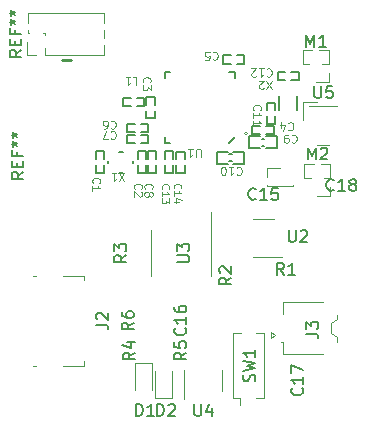
<source format=gbr>
G04 #@! TF.GenerationSoftware,KiCad,Pcbnew,(5.1.5)-3*
G04 #@! TF.CreationDate,2020-06-21T07:00:24-05:00*
G04 #@! TF.ProjectId,nrf52832_qfax-PcbDoc,6e726635-3238-4333-925f-716661782d50,rev?*
G04 #@! TF.SameCoordinates,Original*
G04 #@! TF.FileFunction,Legend,Top*
G04 #@! TF.FilePolarity,Positive*
%FSLAX46Y46*%
G04 Gerber Fmt 4.6, Leading zero omitted, Abs format (unit mm)*
G04 Created by KiCad (PCBNEW (5.1.5)-3) date 2020-06-21 07:00:24*
%MOMM*%
%LPD*%
G04 APERTURE LIST*
%ADD10C,0.250000*%
%ADD11C,0.152400*%
%ADD12C,0.200000*%
%ADD13C,0.100000*%
%ADD14C,0.062500*%
%ADD15C,0.120000*%
%ADD16C,0.150000*%
G04 APERTURE END LIST*
D10*
X87693547Y-66809928D02*
X88455452Y-66809928D01*
D11*
X95716540Y-74584130D02*
X95016540Y-74584130D01*
X95016540Y-74584130D02*
X95016540Y-75234130D01*
X104493070Y-74307620D02*
X103568070Y-74307620D01*
X95025780Y-72263900D02*
X95025780Y-72963900D01*
X104493070Y-73307620D02*
X103568070Y-73307620D01*
D12*
X106126660Y-69905620D02*
X106126660Y-71105620D01*
D11*
X103170940Y-74603150D02*
X102245940Y-74603150D01*
X102003780Y-67147300D02*
X101353780Y-67147300D01*
X93875950Y-73152740D02*
X93225950Y-73152740D01*
X95716540Y-75734130D02*
X95716540Y-76384130D01*
X94695750Y-70028540D02*
X94045750Y-70028540D01*
D12*
X104843060Y-74107620D02*
X104643060Y-74107620D01*
D11*
X105642980Y-72416300D02*
X105642980Y-73116300D01*
X95016540Y-75734130D02*
X95016540Y-76384130D01*
X95025780Y-72963900D02*
X94375780Y-72963900D01*
X93875780Y-72963900D02*
X93225780Y-72963900D01*
X95025780Y-72263900D02*
X94375780Y-72263900D01*
X93225780Y-72263900D02*
X93225780Y-72963900D01*
X93875780Y-72263900D02*
X93225780Y-72263900D01*
X95025950Y-73152740D02*
X94375950Y-73152740D01*
X103153780Y-66447300D02*
X102503780Y-66447300D01*
X95716540Y-74584130D02*
X95716540Y-75234130D01*
X93225950Y-73152740D02*
X93225950Y-73852740D01*
X105976580Y-67844300D02*
X105976580Y-68544300D01*
D12*
X107626660Y-69905620D02*
X107626660Y-71105620D01*
D11*
X106626580Y-67844300D02*
X105976580Y-67844300D01*
X107776580Y-67844300D02*
X107776580Y-68544300D01*
D12*
X102095940Y-74803140D02*
X101895940Y-74803140D01*
D11*
X101745940Y-74603150D02*
X100820940Y-74603150D01*
X95025950Y-73152740D02*
X95025950Y-73852740D01*
X95025950Y-73852740D02*
X94375950Y-73852740D01*
X93545750Y-70028540D02*
X92895750Y-70028540D01*
X107776580Y-68544300D02*
X107126580Y-68544300D01*
X107776580Y-67844300D02*
X107126580Y-67844300D01*
X95716540Y-76384130D02*
X95016540Y-76384130D01*
X105918060Y-74307620D02*
X104993060Y-74307620D01*
X105918060Y-73307620D02*
X104993060Y-73307620D01*
X92895750Y-70028540D02*
X92895750Y-70728540D01*
X103153780Y-66447300D02*
X103153780Y-67147300D01*
X103153780Y-67147300D02*
X102503780Y-67147300D01*
X94695750Y-70028540D02*
X94695750Y-70728540D01*
D12*
X104843060Y-73507620D02*
X104643060Y-73507620D01*
D11*
X106626580Y-68544300D02*
X105976580Y-68544300D01*
X94695750Y-70728540D02*
X94045750Y-70728540D01*
X93545750Y-70728540D02*
X92895750Y-70728540D01*
X105918060Y-73307620D02*
X105918060Y-74307620D01*
X103568070Y-73307620D02*
X103568070Y-74307620D01*
X102003780Y-66447300D02*
X101353780Y-66447300D01*
X101353780Y-66447300D02*
X101353780Y-67147300D01*
X93875950Y-73852740D02*
X93225950Y-73852740D01*
X97138860Y-74584060D02*
X97138860Y-75234060D01*
X94827540Y-75734130D02*
X94827540Y-76384130D01*
X94827540Y-74584130D02*
X94827540Y-75234130D01*
X94827540Y-74584130D02*
X94127540Y-74584130D01*
X95568150Y-69986700D02*
X95568150Y-70636700D01*
X104492980Y-73116300D02*
X103842980Y-73116300D01*
X95568150Y-71136700D02*
X95568150Y-71786700D01*
X94868150Y-69986700D02*
X94868150Y-70636700D01*
X104492980Y-72416300D02*
X103842980Y-72416300D01*
X103842980Y-72416300D02*
X103842980Y-73116300D01*
X97138860Y-74584060D02*
X96438860Y-74584060D01*
X97138860Y-76384060D02*
X96438860Y-76384060D01*
X92859620Y-76364210D02*
X92539620Y-76364210D01*
X93779620Y-75424210D02*
X93779620Y-75544210D01*
X92859620Y-74604210D02*
X92539620Y-74604210D01*
X91619620Y-75424210D02*
X91619620Y-75544210D01*
X95568150Y-69986700D02*
X94868150Y-69986700D01*
X105642980Y-73116300D02*
X104992980Y-73116300D01*
X105642980Y-72416300D02*
X104992980Y-72416300D01*
X94868150Y-71136700D02*
X94868150Y-71786700D01*
X95568150Y-71786700D02*
X94868150Y-71786700D01*
X94827540Y-76384130D02*
X94127540Y-76384130D01*
X94127540Y-75734130D02*
X94127540Y-76384130D01*
X94127540Y-74584130D02*
X94127540Y-75234130D01*
D13*
X102503828Y-75955071D02*
X102536485Y-75922414D01*
X102634457Y-75889757D01*
X102699771Y-75889757D01*
X102797742Y-75922414D01*
X102863057Y-75987728D01*
X102895714Y-76053042D01*
X102928371Y-76183671D01*
X102928371Y-76281642D01*
X102895714Y-76412271D01*
X102863057Y-76477585D01*
X102797742Y-76542900D01*
X102699771Y-76575557D01*
X102634457Y-76575557D01*
X102536485Y-76542900D01*
X102503828Y-76510242D01*
X101850685Y-75889757D02*
X102242571Y-75889757D01*
X102046628Y-75889757D02*
X102046628Y-76575557D01*
X102111942Y-76477585D01*
X102177257Y-76412271D01*
X102242571Y-76379614D01*
X101426142Y-76575557D02*
X101360828Y-76575557D01*
X101295514Y-76542900D01*
X101262857Y-76510242D01*
X101230200Y-76444928D01*
X101197542Y-76314300D01*
X101197542Y-76151014D01*
X101230200Y-76020385D01*
X101262857Y-75955071D01*
X101295514Y-75922414D01*
X101360828Y-75889757D01*
X101426142Y-75889757D01*
X101491457Y-75922414D01*
X101524114Y-75955071D01*
X101556771Y-76020385D01*
X101589428Y-76151014D01*
X101589428Y-76314300D01*
X101556771Y-76444928D01*
X101524114Y-76510242D01*
X101491457Y-76542900D01*
X101426142Y-76575557D01*
X93883421Y-77741981D02*
X93850764Y-77709324D01*
X93818107Y-77611352D01*
X93818107Y-77546038D01*
X93850764Y-77448067D01*
X93916078Y-77382752D01*
X93981392Y-77350095D01*
X94112021Y-77317438D01*
X94209992Y-77317438D01*
X94340621Y-77350095D01*
X94405935Y-77382752D01*
X94471250Y-77448067D01*
X94503907Y-77546038D01*
X94503907Y-77611352D01*
X94471250Y-77709324D01*
X94438592Y-77741981D01*
X94438592Y-78003238D02*
X94471250Y-78035895D01*
X94503907Y-78101210D01*
X94503907Y-78264495D01*
X94471250Y-78329810D01*
X94438592Y-78362467D01*
X94373278Y-78395124D01*
X94307964Y-78395124D01*
X94209992Y-78362467D01*
X93818107Y-77970581D01*
X93818107Y-78395124D01*
X91861028Y-72025291D02*
X91893685Y-71992634D01*
X91991657Y-71959977D01*
X92056971Y-71959977D01*
X92154942Y-71992634D01*
X92220257Y-72057948D01*
X92252914Y-72123262D01*
X92285571Y-72253891D01*
X92285571Y-72351862D01*
X92252914Y-72482491D01*
X92220257Y-72547805D01*
X92154942Y-72613120D01*
X92056971Y-72645777D01*
X91991657Y-72645777D01*
X91893685Y-72613120D01*
X91861028Y-72580462D01*
X91273200Y-72645777D02*
X91403828Y-72645777D01*
X91469142Y-72613120D01*
X91501800Y-72580462D01*
X91567114Y-72482491D01*
X91599771Y-72351862D01*
X91599771Y-72090605D01*
X91567114Y-72025291D01*
X91534457Y-71992634D01*
X91469142Y-71959977D01*
X91338514Y-71959977D01*
X91273200Y-71992634D01*
X91240542Y-72025291D01*
X91207885Y-72090605D01*
X91207885Y-72253891D01*
X91240542Y-72319205D01*
X91273200Y-72351862D01*
X91338514Y-72384520D01*
X91469142Y-72384520D01*
X91534457Y-72351862D01*
X91567114Y-72319205D01*
X91599771Y-72253891D01*
X107177428Y-73211871D02*
X107210085Y-73179214D01*
X107308057Y-73146557D01*
X107373371Y-73146557D01*
X107471342Y-73179214D01*
X107536657Y-73244528D01*
X107569314Y-73309842D01*
X107601971Y-73440471D01*
X107601971Y-73538442D01*
X107569314Y-73669071D01*
X107536657Y-73734385D01*
X107471342Y-73799700D01*
X107373371Y-73832357D01*
X107308057Y-73832357D01*
X107210085Y-73799700D01*
X107177428Y-73767042D01*
X106850857Y-73146557D02*
X106720228Y-73146557D01*
X106654914Y-73179214D01*
X106622257Y-73211871D01*
X106556942Y-73309842D01*
X106524285Y-73440471D01*
X106524285Y-73701728D01*
X106556942Y-73767042D01*
X106589600Y-73799700D01*
X106654914Y-73832357D01*
X106785542Y-73832357D01*
X106850857Y-73799700D01*
X106883514Y-73767042D01*
X106916171Y-73701728D01*
X106916171Y-73538442D01*
X106883514Y-73473128D01*
X106850857Y-73440471D01*
X106785542Y-73407814D01*
X106654914Y-73407814D01*
X106589600Y-73440471D01*
X106556942Y-73473128D01*
X106524285Y-73538442D01*
X90346491Y-77247381D02*
X90313834Y-77214724D01*
X90281177Y-77116752D01*
X90281177Y-77051438D01*
X90313834Y-76953467D01*
X90379148Y-76888152D01*
X90444462Y-76855495D01*
X90575091Y-76822838D01*
X90673062Y-76822838D01*
X90803691Y-76855495D01*
X90869005Y-76888152D01*
X90934320Y-76953467D01*
X90966977Y-77051438D01*
X90966977Y-77116752D01*
X90934320Y-77214724D01*
X90901662Y-77247381D01*
X90281177Y-77900524D02*
X90281177Y-77508638D01*
X90281177Y-77704581D02*
X90966977Y-77704581D01*
X90869005Y-77639267D01*
X90803691Y-77573952D01*
X90771034Y-77508638D01*
X105062688Y-67619091D02*
X105095345Y-67586434D01*
X105193317Y-67553777D01*
X105258631Y-67553777D01*
X105356602Y-67586434D01*
X105421917Y-67651748D01*
X105454574Y-67717062D01*
X105487231Y-67847691D01*
X105487231Y-67945662D01*
X105454574Y-68076291D01*
X105421917Y-68141605D01*
X105356602Y-68206920D01*
X105258631Y-68239577D01*
X105193317Y-68239577D01*
X105095345Y-68206920D01*
X105062688Y-68174262D01*
X104409545Y-67553777D02*
X104801431Y-67553777D01*
X104605488Y-67553777D02*
X104605488Y-68239577D01*
X104670802Y-68141605D01*
X104736117Y-68076291D01*
X104801431Y-68043634D01*
X104148288Y-68174262D02*
X104115631Y-68206920D01*
X104050317Y-68239577D01*
X103887031Y-68239577D01*
X103821717Y-68206920D01*
X103789060Y-68174262D01*
X103756402Y-68108948D01*
X103756402Y-68043634D01*
X103789060Y-67945662D01*
X104180945Y-67553777D01*
X103756402Y-67553777D01*
X100490688Y-66196691D02*
X100523345Y-66164034D01*
X100621317Y-66131377D01*
X100686631Y-66131377D01*
X100784602Y-66164034D01*
X100849917Y-66229348D01*
X100882574Y-66294662D01*
X100915231Y-66425291D01*
X100915231Y-66523262D01*
X100882574Y-66653891D01*
X100849917Y-66719205D01*
X100784602Y-66784520D01*
X100686631Y-66817177D01*
X100621317Y-66817177D01*
X100523345Y-66784520D01*
X100490688Y-66751862D01*
X99870202Y-66817177D02*
X100196774Y-66817177D01*
X100229431Y-66490605D01*
X100196774Y-66523262D01*
X100131460Y-66555920D01*
X99968174Y-66555920D01*
X99902860Y-66523262D01*
X99870202Y-66490605D01*
X99837545Y-66425291D01*
X99837545Y-66262005D01*
X99870202Y-66196691D01*
X99902860Y-66164034D01*
X99968174Y-66131377D01*
X100131460Y-66131377D01*
X100196774Y-66164034D01*
X100229431Y-66196691D01*
X94624071Y-68717571D02*
X94591414Y-68684914D01*
X94558757Y-68586942D01*
X94558757Y-68521628D01*
X94591414Y-68423657D01*
X94656728Y-68358342D01*
X94722042Y-68325685D01*
X94852671Y-68293028D01*
X94950642Y-68293028D01*
X95081271Y-68325685D01*
X95146585Y-68358342D01*
X95211900Y-68423657D01*
X95244557Y-68521628D01*
X95244557Y-68586942D01*
X95211900Y-68684914D01*
X95179242Y-68717571D01*
X95244557Y-68946171D02*
X95244557Y-69370714D01*
X94983300Y-69142114D01*
X94983300Y-69240085D01*
X94950642Y-69305400D01*
X94917985Y-69338057D01*
X94852671Y-69370714D01*
X94689385Y-69370714D01*
X94624071Y-69338057D01*
X94591414Y-69305400D01*
X94558757Y-69240085D01*
X94558757Y-69044142D01*
X94591414Y-68978828D01*
X94624071Y-68946171D01*
X93704542Y-68295157D02*
X94031114Y-68295157D01*
X94031114Y-68980957D01*
X93116714Y-68295157D02*
X93508600Y-68295157D01*
X93312657Y-68295157D02*
X93312657Y-68980957D01*
X93377971Y-68882985D01*
X93443285Y-68817671D01*
X93508600Y-68785014D01*
X97247954Y-77716467D02*
X97217716Y-77686229D01*
X97187478Y-77595515D01*
X97187478Y-77535039D01*
X97217716Y-77444324D01*
X97278192Y-77383848D01*
X97338668Y-77353610D01*
X97459620Y-77323372D01*
X97550335Y-77323372D01*
X97671287Y-77353610D01*
X97731763Y-77383848D01*
X97792240Y-77444324D01*
X97822478Y-77535039D01*
X97822478Y-77595515D01*
X97792240Y-77686229D01*
X97762001Y-77716467D01*
X97187478Y-78321229D02*
X97187478Y-77958372D01*
X97187478Y-78139800D02*
X97822478Y-78139800D01*
X97731763Y-78079324D01*
X97671287Y-78018848D01*
X97641049Y-77958372D01*
X97610811Y-78865515D02*
X97187478Y-78865515D01*
X97852716Y-78714324D02*
X97399144Y-78563134D01*
X97399144Y-78956229D01*
X106898028Y-72170471D02*
X106930685Y-72137814D01*
X107028657Y-72105157D01*
X107093971Y-72105157D01*
X107191942Y-72137814D01*
X107257257Y-72203128D01*
X107289914Y-72268442D01*
X107322571Y-72399071D01*
X107322571Y-72497042D01*
X107289914Y-72627671D01*
X107257257Y-72692985D01*
X107191942Y-72758300D01*
X107093971Y-72790957D01*
X107028657Y-72790957D01*
X106930685Y-72758300D01*
X106898028Y-72725642D01*
X106310200Y-72562357D02*
X106310200Y-72105157D01*
X106473485Y-72823614D02*
X106636771Y-72333757D01*
X106212228Y-72333757D01*
X96231954Y-77739597D02*
X96201716Y-77709359D01*
X96171478Y-77618645D01*
X96171478Y-77558169D01*
X96201716Y-77467454D01*
X96262192Y-77406978D01*
X96322668Y-77376740D01*
X96443620Y-77346502D01*
X96534335Y-77346502D01*
X96655287Y-77376740D01*
X96715763Y-77406978D01*
X96776240Y-77467454D01*
X96806478Y-77558169D01*
X96806478Y-77618645D01*
X96776240Y-77709359D01*
X96746001Y-77739597D01*
X96171478Y-78344359D02*
X96171478Y-77981502D01*
X96171478Y-78162930D02*
X96806478Y-78162930D01*
X96715763Y-78102454D01*
X96655287Y-78041978D01*
X96625049Y-77981502D01*
X96806478Y-78556026D02*
X96806478Y-78949121D01*
X96564573Y-78737454D01*
X96564573Y-78828169D01*
X96534335Y-78888645D01*
X96504097Y-78918883D01*
X96443620Y-78949121D01*
X96292430Y-78949121D01*
X96231954Y-78918883D01*
X96201716Y-78888645D01*
X96171478Y-78828169D01*
X96171478Y-78646740D01*
X96201716Y-78586264D01*
X96231954Y-78556026D01*
X105494488Y-69280977D02*
X105037288Y-68595177D01*
X105037288Y-69280977D02*
X105494488Y-68595177D01*
X104808688Y-69215662D02*
X104776031Y-69248320D01*
X104710717Y-69280977D01*
X104547431Y-69280977D01*
X104482117Y-69248320D01*
X104449460Y-69215662D01*
X104416802Y-69150348D01*
X104416802Y-69085034D01*
X104449460Y-68987062D01*
X104841345Y-68595177D01*
X104416802Y-68595177D01*
X103967931Y-71077391D02*
X103935274Y-71044734D01*
X103902617Y-70946762D01*
X103902617Y-70881448D01*
X103935274Y-70783477D01*
X104000588Y-70718162D01*
X104065902Y-70685505D01*
X104196531Y-70652848D01*
X104294502Y-70652848D01*
X104425131Y-70685505D01*
X104490445Y-70718162D01*
X104555760Y-70783477D01*
X104588417Y-70881448D01*
X104588417Y-70946762D01*
X104555760Y-71044734D01*
X104523102Y-71077391D01*
X103902617Y-71730534D02*
X103902617Y-71338648D01*
X103902617Y-71534591D02*
X104588417Y-71534591D01*
X104490445Y-71469277D01*
X104425131Y-71403962D01*
X104392474Y-71338648D01*
X103902617Y-72383677D02*
X103902617Y-71991791D01*
X103902617Y-72187734D02*
X104588417Y-72187734D01*
X104490445Y-72122420D01*
X104425131Y-72057105D01*
X104392474Y-71991791D01*
X93019248Y-77078967D02*
X92562048Y-76393167D01*
X92562048Y-77078967D02*
X93019248Y-76393167D01*
X91941562Y-76393167D02*
X92333448Y-76393167D01*
X92137505Y-76393167D02*
X92137505Y-77078967D01*
X92202820Y-76980995D01*
X92268134Y-76915681D01*
X92333448Y-76883024D01*
X91861028Y-72914291D02*
X91893685Y-72881634D01*
X91991657Y-72848977D01*
X92056971Y-72848977D01*
X92154942Y-72881634D01*
X92220257Y-72946948D01*
X92252914Y-73012262D01*
X92285571Y-73142891D01*
X92285571Y-73240862D01*
X92252914Y-73371491D01*
X92220257Y-73436805D01*
X92154942Y-73502120D01*
X92056971Y-73534777D01*
X91991657Y-73534777D01*
X91893685Y-73502120D01*
X91861028Y-73469462D01*
X91632428Y-73534777D02*
X91175228Y-73534777D01*
X91469142Y-72848977D01*
X99485574Y-75021377D02*
X99485574Y-74466205D01*
X99452917Y-74400891D01*
X99420260Y-74368234D01*
X99354945Y-74335577D01*
X99224317Y-74335577D01*
X99159002Y-74368234D01*
X99126345Y-74400891D01*
X99093688Y-74466205D01*
X99093688Y-75021377D01*
X98407888Y-74335577D02*
X98799774Y-74335577D01*
X98603831Y-74335577D02*
X98603831Y-75021377D01*
X98669145Y-74923405D01*
X98734460Y-74858091D01*
X98799774Y-74825434D01*
X94772421Y-77741981D02*
X94739764Y-77709324D01*
X94707107Y-77611352D01*
X94707107Y-77546038D01*
X94739764Y-77448067D01*
X94805078Y-77382752D01*
X94870392Y-77350095D01*
X95001021Y-77317438D01*
X95098992Y-77317438D01*
X95229621Y-77350095D01*
X95294935Y-77382752D01*
X95360250Y-77448067D01*
X95392907Y-77546038D01*
X95392907Y-77611352D01*
X95360250Y-77709324D01*
X95327592Y-77741981D01*
X95098992Y-78133867D02*
X95131650Y-78068552D01*
X95164307Y-78035895D01*
X95229621Y-78003238D01*
X95262278Y-78003238D01*
X95327592Y-78035895D01*
X95360250Y-78068552D01*
X95392907Y-78133867D01*
X95392907Y-78264495D01*
X95360250Y-78329810D01*
X95327592Y-78362467D01*
X95262278Y-78395124D01*
X95229621Y-78395124D01*
X95164307Y-78362467D01*
X95131650Y-78329810D01*
X95098992Y-78264495D01*
X95098992Y-78133867D01*
X95066335Y-78068552D01*
X95033678Y-78035895D01*
X94968364Y-78003238D01*
X94837735Y-78003238D01*
X94772421Y-78035895D01*
X94739764Y-78068552D01*
X94707107Y-78133867D01*
X94707107Y-78264495D01*
X94739764Y-78329810D01*
X94772421Y-78362467D01*
X94837735Y-78395124D01*
X94968364Y-78395124D01*
X95033678Y-78362467D01*
X95066335Y-78329810D01*
X95098992Y-78264495D01*
D11*
X103170940Y-75603150D02*
X102245940Y-75603150D01*
D12*
X96909060Y-73886620D02*
X96409070Y-73886620D01*
X96909060Y-67886620D02*
X96409070Y-67886620D01*
D11*
X105804350Y-71593900D02*
X105804350Y-72243900D01*
X91271700Y-75734290D02*
X91271700Y-76384290D01*
X90571700Y-75734290D02*
X90571700Y-76384290D01*
X90571700Y-74584290D02*
X90571700Y-75234290D01*
X91271700Y-76384290D02*
X90571700Y-76384290D01*
D12*
X102409060Y-73386620D02*
X101909060Y-73886620D01*
X96409070Y-67886620D02*
X96409070Y-68386620D01*
D11*
X105104350Y-70443900D02*
X105104350Y-71093900D01*
X105104350Y-71593900D02*
X105104350Y-72243900D01*
X98104060Y-74586340D02*
X98104060Y-75236330D01*
X103170940Y-74603150D02*
X103170940Y-75603150D01*
D14*
X103434060Y-73086620D02*
G75*
G03X103434060Y-73086620I-125000J0D01*
G01*
D11*
X100820940Y-74603150D02*
X100820940Y-75603150D01*
X105804350Y-70443900D02*
X105804350Y-71093900D01*
X91271700Y-74584290D02*
X91271700Y-75234290D01*
D12*
X96409070Y-73386620D02*
X96409070Y-73886620D01*
D11*
X105804350Y-72243900D02*
X105104350Y-72243900D01*
X91271700Y-74584290D02*
X90571700Y-74584290D01*
X98104060Y-74586340D02*
X97404060Y-74586340D01*
X98104060Y-75736330D02*
X98104060Y-76386330D01*
X97404060Y-74586340D02*
X97404060Y-75236330D01*
X97404060Y-75736330D02*
X97404060Y-76386330D01*
D12*
X102409060Y-67886620D02*
X101909060Y-67886620D01*
D11*
X98104060Y-76386330D02*
X97404060Y-76386330D01*
X105804350Y-70443900D02*
X105104350Y-70443900D01*
D12*
X102095940Y-75403150D02*
X101895940Y-75403150D01*
X102409060Y-67886620D02*
X102409060Y-68386620D01*
D11*
X101745940Y-75603150D02*
X100820940Y-75603150D01*
X97138860Y-75734060D02*
X97138860Y-76384060D01*
X96438860Y-74584060D02*
X96438860Y-75234060D01*
X96438860Y-75734060D02*
X96438860Y-76384060D01*
D15*
X84774500Y-66408000D02*
X84774500Y-65278000D01*
X85534500Y-66408000D02*
X84774500Y-66408000D01*
X84839500Y-63700470D02*
X84839500Y-62878000D01*
X84839500Y-64518000D02*
X84839500Y-64315530D01*
X84971029Y-64518000D02*
X84839500Y-64518000D01*
X86241029Y-64518000D02*
X86097971Y-64518000D01*
X86294500Y-64714529D02*
X86294500Y-64571471D01*
X86294500Y-66408000D02*
X86294500Y-65841471D01*
X84839500Y-62878000D02*
X91309500Y-62878000D01*
X86294500Y-66408000D02*
X91309500Y-66408000D01*
X91309500Y-64970470D02*
X91309500Y-64315530D01*
X91309500Y-63700470D02*
X91309500Y-62878000D01*
X91309500Y-66408000D02*
X91309500Y-65585530D01*
X105062000Y-75948000D02*
X106172000Y-75948000D01*
X105062000Y-76708000D02*
X105062000Y-75948000D01*
X106735471Y-77468000D02*
X107282000Y-77468000D01*
X105062000Y-77468000D02*
X105608529Y-77468000D01*
X107282000Y-77468000D02*
X107282000Y-77403000D01*
X105062000Y-77468000D02*
X105062000Y-77403000D01*
X105062000Y-77468000D02*
X107282000Y-77468000D01*
X110457000Y-78357000D02*
X109347000Y-78357000D01*
X110457000Y-77597000D02*
X110457000Y-78357000D01*
X108783529Y-76837000D02*
X108237000Y-76837000D01*
X110457000Y-76837000D02*
X109910471Y-76837000D01*
X108237000Y-76837000D02*
X108237000Y-75632000D01*
X110457000Y-76837000D02*
X110457000Y-75632000D01*
X109039470Y-75632000D02*
X108237000Y-75632000D01*
X110457000Y-75632000D02*
X109654530Y-75632000D01*
X110330000Y-68705000D02*
X109220000Y-68705000D01*
X110330000Y-67945000D02*
X110330000Y-68705000D01*
X108656529Y-67185000D02*
X108110000Y-67185000D01*
X110330000Y-67185000D02*
X109783471Y-67185000D01*
X108110000Y-67185000D02*
X108110000Y-65980000D01*
X110330000Y-67185000D02*
X110330000Y-65980000D01*
X108912470Y-65980000D02*
X108110000Y-65980000D01*
X110330000Y-65980000D02*
X109527530Y-65980000D01*
X85284000Y-85090000D02*
X85544000Y-85090000D01*
X87824000Y-85090000D02*
X89594000Y-85090000D01*
X89594000Y-85090000D02*
X89594000Y-85470000D01*
X89594000Y-92710000D02*
X87824000Y-92710000D01*
X85544000Y-92710000D02*
X85284000Y-92710000D01*
X89594000Y-92710000D02*
X89594000Y-92330000D01*
X104835000Y-95471000D02*
X104835000Y-89950000D01*
X102825000Y-96050000D02*
X102825000Y-95471000D01*
X102175000Y-95471000D02*
X102825000Y-95471000D01*
X102175000Y-95471000D02*
X102175000Y-89950000D01*
X102175000Y-89950000D02*
X102885000Y-89950000D01*
X104125000Y-95471000D02*
X104835000Y-95471000D01*
X104125000Y-89950000D02*
X104835000Y-89950000D01*
X105675000Y-80305000D02*
X103875000Y-80305000D01*
X103875000Y-83525000D02*
X106325000Y-83525000D01*
X101305000Y-94880000D02*
X101305000Y-93080000D01*
X98085000Y-93080000D02*
X98085000Y-95530000D01*
X95350000Y-94780000D02*
X95350000Y-92495000D01*
X95350000Y-92495000D02*
X93880000Y-92495000D01*
X93880000Y-92495000D02*
X93880000Y-94780000D01*
X97077200Y-95465000D02*
X97077200Y-93180000D01*
X95607200Y-95465000D02*
X97077200Y-95465000D01*
X95607200Y-93180000D02*
X95607200Y-95465000D01*
X109825000Y-91745000D02*
X106475000Y-91745000D01*
X106475000Y-91745000D02*
X106475000Y-90695000D01*
X106475000Y-90695000D02*
X106285000Y-90695000D01*
X109825000Y-87325000D02*
X106475000Y-87325000D01*
X106475000Y-87325000D02*
X106475000Y-88375000D01*
X110995000Y-90675000D02*
X110995000Y-90325000D01*
X110995000Y-90325000D02*
X110495000Y-89925000D01*
X110495000Y-89925000D02*
X110495000Y-89145000D01*
X110495000Y-89145000D02*
X110995000Y-88745000D01*
X110995000Y-88745000D02*
X110995000Y-88395000D01*
X105431447Y-90385000D02*
X105785000Y-90135000D01*
X105785000Y-90135000D02*
X105431447Y-89885000D01*
X105431447Y-89885000D02*
X105431447Y-90385000D01*
X95230000Y-83185000D02*
X95230000Y-85135000D01*
X95230000Y-83185000D02*
X95230000Y-81235000D01*
X100350000Y-83185000D02*
X100350000Y-85135000D01*
X100350000Y-83185000D02*
X100350000Y-79735000D01*
X108155000Y-71890000D02*
X108155000Y-70390000D01*
X108155000Y-70390000D02*
X109355000Y-70390000D01*
X110355000Y-74010000D02*
X109355000Y-74010000D01*
X108605000Y-70770000D02*
X110975000Y-70770000D01*
D16*
X84291880Y-65976333D02*
X83815690Y-66309666D01*
X84291880Y-66547761D02*
X83291880Y-66547761D01*
X83291880Y-66166809D01*
X83339500Y-66071571D01*
X83387119Y-66023952D01*
X83482357Y-65976333D01*
X83625214Y-65976333D01*
X83720452Y-66023952D01*
X83768071Y-66071571D01*
X83815690Y-66166809D01*
X83815690Y-66547761D01*
X83768071Y-65547761D02*
X83768071Y-65214428D01*
X84291880Y-65071571D02*
X84291880Y-65547761D01*
X83291880Y-65547761D01*
X83291880Y-65071571D01*
X83768071Y-64309666D02*
X83768071Y-64643000D01*
X84291880Y-64643000D02*
X83291880Y-64643000D01*
X83291880Y-64166809D01*
X83291880Y-63643000D02*
X83529976Y-63643000D01*
X83434738Y-63881095D02*
X83529976Y-63643000D01*
X83434738Y-63404904D01*
X83720452Y-63785857D02*
X83529976Y-63643000D01*
X83720452Y-63500142D01*
X83291880Y-62881095D02*
X83529976Y-62881095D01*
X83434738Y-63119190D02*
X83529976Y-62881095D01*
X83434738Y-62643000D01*
X83720452Y-63023952D02*
X83529976Y-62881095D01*
X83720452Y-62738238D01*
X108537476Y-75255380D02*
X108537476Y-74255380D01*
X108870809Y-74969666D01*
X109204142Y-74255380D01*
X109204142Y-75255380D01*
X109632714Y-74350619D02*
X109680333Y-74303000D01*
X109775571Y-74255380D01*
X110013666Y-74255380D01*
X110108904Y-74303000D01*
X110156523Y-74350619D01*
X110204142Y-74445857D01*
X110204142Y-74541095D01*
X110156523Y-74683952D01*
X109585095Y-75255380D01*
X110204142Y-75255380D01*
X108410476Y-65730380D02*
X108410476Y-64730380D01*
X108743809Y-65444666D01*
X109077142Y-64730380D01*
X109077142Y-65730380D01*
X110077142Y-65730380D02*
X109505714Y-65730380D01*
X109791428Y-65730380D02*
X109791428Y-64730380D01*
X109696190Y-64873238D01*
X109600952Y-64968476D01*
X109505714Y-65016095D01*
X90636380Y-89233333D02*
X91350666Y-89233333D01*
X91493523Y-89280952D01*
X91588761Y-89376190D01*
X91636380Y-89519047D01*
X91636380Y-89614285D01*
X90731619Y-88804761D02*
X90684000Y-88757142D01*
X90636380Y-88661904D01*
X90636380Y-88423809D01*
X90684000Y-88328571D01*
X90731619Y-88280952D01*
X90826857Y-88233333D01*
X90922095Y-88233333D01*
X91064952Y-88280952D01*
X91636380Y-88852380D01*
X91636380Y-88233333D01*
X104036761Y-94043333D02*
X104084380Y-93900476D01*
X104084380Y-93662380D01*
X104036761Y-93567142D01*
X103989142Y-93519523D01*
X103893904Y-93471904D01*
X103798666Y-93471904D01*
X103703428Y-93519523D01*
X103655809Y-93567142D01*
X103608190Y-93662380D01*
X103560571Y-93852857D01*
X103512952Y-93948095D01*
X103465333Y-93995714D01*
X103370095Y-94043333D01*
X103274857Y-94043333D01*
X103179619Y-93995714D01*
X103132000Y-93948095D01*
X103084380Y-93852857D01*
X103084380Y-93614761D01*
X103132000Y-93471904D01*
X103084380Y-93138571D02*
X104084380Y-92900476D01*
X103370095Y-92710000D01*
X104084380Y-92519523D01*
X103084380Y-92281428D01*
X104084380Y-91376666D02*
X104084380Y-91948095D01*
X104084380Y-91662380D02*
X103084380Y-91662380D01*
X103227238Y-91757619D01*
X103322476Y-91852857D01*
X103370095Y-91948095D01*
X84466380Y-76304833D02*
X83990190Y-76638166D01*
X84466380Y-76876261D02*
X83466380Y-76876261D01*
X83466380Y-76495309D01*
X83514000Y-76400071D01*
X83561619Y-76352452D01*
X83656857Y-76304833D01*
X83799714Y-76304833D01*
X83894952Y-76352452D01*
X83942571Y-76400071D01*
X83990190Y-76495309D01*
X83990190Y-76876261D01*
X83942571Y-75876261D02*
X83942571Y-75542928D01*
X84466380Y-75400071D02*
X84466380Y-75876261D01*
X83466380Y-75876261D01*
X83466380Y-75400071D01*
X83942571Y-74638166D02*
X83942571Y-74971500D01*
X84466380Y-74971500D02*
X83466380Y-74971500D01*
X83466380Y-74495309D01*
X83466380Y-73971500D02*
X83704476Y-73971500D01*
X83609238Y-74209595D02*
X83704476Y-73971500D01*
X83609238Y-73733404D01*
X83894952Y-74114357D02*
X83704476Y-73971500D01*
X83894952Y-73828642D01*
X83466380Y-73209595D02*
X83704476Y-73209595D01*
X83609238Y-73447690D02*
X83704476Y-73209595D01*
X83609238Y-72971500D01*
X83894952Y-73352452D02*
X83704476Y-73209595D01*
X83894952Y-73066738D01*
X106934095Y-81240380D02*
X106934095Y-82049904D01*
X106981714Y-82145142D01*
X107029333Y-82192761D01*
X107124571Y-82240380D01*
X107315047Y-82240380D01*
X107410285Y-82192761D01*
X107457904Y-82145142D01*
X107505523Y-82049904D01*
X107505523Y-81240380D01*
X107934095Y-81335619D02*
X107981714Y-81288000D01*
X108076952Y-81240380D01*
X108315047Y-81240380D01*
X108410285Y-81288000D01*
X108457904Y-81335619D01*
X108505523Y-81430857D01*
X108505523Y-81526095D01*
X108457904Y-81668952D01*
X107886476Y-82240380D01*
X108505523Y-82240380D01*
X98933095Y-95972380D02*
X98933095Y-96781904D01*
X98980714Y-96877142D01*
X99028333Y-96924761D01*
X99123571Y-96972380D01*
X99314047Y-96972380D01*
X99409285Y-96924761D01*
X99456904Y-96877142D01*
X99504523Y-96781904D01*
X99504523Y-95972380D01*
X100409285Y-96305714D02*
X100409285Y-96972380D01*
X100171190Y-95924761D02*
X99933095Y-96639047D01*
X100552142Y-96639047D01*
X104132142Y-78589142D02*
X104084523Y-78636761D01*
X103941666Y-78684380D01*
X103846428Y-78684380D01*
X103703571Y-78636761D01*
X103608333Y-78541523D01*
X103560714Y-78446285D01*
X103513095Y-78255809D01*
X103513095Y-78112952D01*
X103560714Y-77922476D01*
X103608333Y-77827238D01*
X103703571Y-77732000D01*
X103846428Y-77684380D01*
X103941666Y-77684380D01*
X104084523Y-77732000D01*
X104132142Y-77779619D01*
X105084523Y-78684380D02*
X104513095Y-78684380D01*
X104798809Y-78684380D02*
X104798809Y-77684380D01*
X104703571Y-77827238D01*
X104608333Y-77922476D01*
X104513095Y-77970095D01*
X105989285Y-77684380D02*
X105513095Y-77684380D01*
X105465476Y-78160571D01*
X105513095Y-78112952D01*
X105608333Y-78065333D01*
X105846428Y-78065333D01*
X105941666Y-78112952D01*
X105989285Y-78160571D01*
X106036904Y-78255809D01*
X106036904Y-78493904D01*
X105989285Y-78589142D01*
X105941666Y-78636761D01*
X105846428Y-78684380D01*
X105608333Y-78684380D01*
X105513095Y-78636761D01*
X105465476Y-78589142D01*
X98147142Y-89542857D02*
X98194761Y-89590476D01*
X98242380Y-89733333D01*
X98242380Y-89828571D01*
X98194761Y-89971428D01*
X98099523Y-90066666D01*
X98004285Y-90114285D01*
X97813809Y-90161904D01*
X97670952Y-90161904D01*
X97480476Y-90114285D01*
X97385238Y-90066666D01*
X97290000Y-89971428D01*
X97242380Y-89828571D01*
X97242380Y-89733333D01*
X97290000Y-89590476D01*
X97337619Y-89542857D01*
X98242380Y-88590476D02*
X98242380Y-89161904D01*
X98242380Y-88876190D02*
X97242380Y-88876190D01*
X97385238Y-88971428D01*
X97480476Y-89066666D01*
X97528095Y-89161904D01*
X97242380Y-87733333D02*
X97242380Y-87923809D01*
X97290000Y-88019047D01*
X97337619Y-88066666D01*
X97480476Y-88161904D01*
X97670952Y-88209523D01*
X98051904Y-88209523D01*
X98147142Y-88161904D01*
X98194761Y-88114285D01*
X98242380Y-88019047D01*
X98242380Y-87828571D01*
X98194761Y-87733333D01*
X98147142Y-87685714D01*
X98051904Y-87638095D01*
X97813809Y-87638095D01*
X97718571Y-87685714D01*
X97670952Y-87733333D01*
X97623333Y-87828571D01*
X97623333Y-88019047D01*
X97670952Y-88114285D01*
X97718571Y-88161904D01*
X97813809Y-88209523D01*
X108053142Y-94622857D02*
X108100761Y-94670476D01*
X108148380Y-94813333D01*
X108148380Y-94908571D01*
X108100761Y-95051428D01*
X108005523Y-95146666D01*
X107910285Y-95194285D01*
X107719809Y-95241904D01*
X107576952Y-95241904D01*
X107386476Y-95194285D01*
X107291238Y-95146666D01*
X107196000Y-95051428D01*
X107148380Y-94908571D01*
X107148380Y-94813333D01*
X107196000Y-94670476D01*
X107243619Y-94622857D01*
X108148380Y-93670476D02*
X108148380Y-94241904D01*
X108148380Y-93956190D02*
X107148380Y-93956190D01*
X107291238Y-94051428D01*
X107386476Y-94146666D01*
X107434095Y-94241904D01*
X107148380Y-93337142D02*
X107148380Y-92670476D01*
X108148380Y-93099047D01*
X94003904Y-96972380D02*
X94003904Y-95972380D01*
X94242000Y-95972380D01*
X94384857Y-96020000D01*
X94480095Y-96115238D01*
X94527714Y-96210476D01*
X94575333Y-96400952D01*
X94575333Y-96543809D01*
X94527714Y-96734285D01*
X94480095Y-96829523D01*
X94384857Y-96924761D01*
X94242000Y-96972380D01*
X94003904Y-96972380D01*
X95527714Y-96972380D02*
X94956285Y-96972380D01*
X95242000Y-96972380D02*
X95242000Y-95972380D01*
X95146761Y-96115238D01*
X95051523Y-96210476D01*
X94956285Y-96258095D01*
X95781904Y-96972380D02*
X95781904Y-95972380D01*
X96020000Y-95972380D01*
X96162857Y-96020000D01*
X96258095Y-96115238D01*
X96305714Y-96210476D01*
X96353333Y-96400952D01*
X96353333Y-96543809D01*
X96305714Y-96734285D01*
X96258095Y-96829523D01*
X96162857Y-96924761D01*
X96020000Y-96972380D01*
X95781904Y-96972380D01*
X96734285Y-96067619D02*
X96781904Y-96020000D01*
X96877142Y-95972380D01*
X97115238Y-95972380D01*
X97210476Y-96020000D01*
X97258095Y-96067619D01*
X97305714Y-96162857D01*
X97305714Y-96258095D01*
X97258095Y-96400952D01*
X96686666Y-96972380D01*
X97305714Y-96972380D01*
X108418380Y-89995333D02*
X109132666Y-89995333D01*
X109275523Y-90042952D01*
X109370761Y-90138190D01*
X109418380Y-90281047D01*
X109418380Y-90376285D01*
X108418380Y-89614380D02*
X108418380Y-88995333D01*
X108799333Y-89328666D01*
X108799333Y-89185809D01*
X108846952Y-89090571D01*
X108894571Y-89042952D01*
X108989809Y-88995333D01*
X109227904Y-88995333D01*
X109323142Y-89042952D01*
X109370761Y-89090571D01*
X109418380Y-89185809D01*
X109418380Y-89471523D01*
X109370761Y-89566761D01*
X109323142Y-89614380D01*
X106513333Y-85034380D02*
X106180000Y-84558190D01*
X105941904Y-85034380D02*
X105941904Y-84034380D01*
X106322857Y-84034380D01*
X106418095Y-84082000D01*
X106465714Y-84129619D01*
X106513333Y-84224857D01*
X106513333Y-84367714D01*
X106465714Y-84462952D01*
X106418095Y-84510571D01*
X106322857Y-84558190D01*
X105941904Y-84558190D01*
X107465714Y-85034380D02*
X106894285Y-85034380D01*
X107180000Y-85034380D02*
X107180000Y-84034380D01*
X107084761Y-84177238D01*
X106989523Y-84272476D01*
X106894285Y-84320095D01*
X102052380Y-85256666D02*
X101576190Y-85590000D01*
X102052380Y-85828095D02*
X101052380Y-85828095D01*
X101052380Y-85447142D01*
X101100000Y-85351904D01*
X101147619Y-85304285D01*
X101242857Y-85256666D01*
X101385714Y-85256666D01*
X101480952Y-85304285D01*
X101528571Y-85351904D01*
X101576190Y-85447142D01*
X101576190Y-85828095D01*
X101147619Y-84875714D02*
X101100000Y-84828095D01*
X101052380Y-84732857D01*
X101052380Y-84494761D01*
X101100000Y-84399523D01*
X101147619Y-84351904D01*
X101242857Y-84304285D01*
X101338095Y-84304285D01*
X101480952Y-84351904D01*
X102052380Y-84923333D01*
X102052380Y-84304285D01*
X93162380Y-83351666D02*
X92686190Y-83685000D01*
X93162380Y-83923095D02*
X92162380Y-83923095D01*
X92162380Y-83542142D01*
X92210000Y-83446904D01*
X92257619Y-83399285D01*
X92352857Y-83351666D01*
X92495714Y-83351666D01*
X92590952Y-83399285D01*
X92638571Y-83446904D01*
X92686190Y-83542142D01*
X92686190Y-83923095D01*
X92162380Y-83018333D02*
X92162380Y-82399285D01*
X92543333Y-82732619D01*
X92543333Y-82589761D01*
X92590952Y-82494523D01*
X92638571Y-82446904D01*
X92733809Y-82399285D01*
X92971904Y-82399285D01*
X93067142Y-82446904D01*
X93114761Y-82494523D01*
X93162380Y-82589761D01*
X93162380Y-82875476D01*
X93114761Y-82970714D01*
X93067142Y-83018333D01*
X93897380Y-91606666D02*
X93421190Y-91940000D01*
X93897380Y-92178095D02*
X92897380Y-92178095D01*
X92897380Y-91797142D01*
X92945000Y-91701904D01*
X92992619Y-91654285D01*
X93087857Y-91606666D01*
X93230714Y-91606666D01*
X93325952Y-91654285D01*
X93373571Y-91701904D01*
X93421190Y-91797142D01*
X93421190Y-92178095D01*
X93230714Y-90749523D02*
X93897380Y-90749523D01*
X92849761Y-90987619D02*
X93564047Y-91225714D01*
X93564047Y-90606666D01*
X98242380Y-91606666D02*
X97766190Y-91940000D01*
X98242380Y-92178095D02*
X97242380Y-92178095D01*
X97242380Y-91797142D01*
X97290000Y-91701904D01*
X97337619Y-91654285D01*
X97432857Y-91606666D01*
X97575714Y-91606666D01*
X97670952Y-91654285D01*
X97718571Y-91701904D01*
X97766190Y-91797142D01*
X97766190Y-92178095D01*
X97242380Y-90701904D02*
X97242380Y-91178095D01*
X97718571Y-91225714D01*
X97670952Y-91178095D01*
X97623333Y-91082857D01*
X97623333Y-90844761D01*
X97670952Y-90749523D01*
X97718571Y-90701904D01*
X97813809Y-90654285D01*
X98051904Y-90654285D01*
X98147142Y-90701904D01*
X98194761Y-90749523D01*
X98242380Y-90844761D01*
X98242380Y-91082857D01*
X98194761Y-91178095D01*
X98147142Y-91225714D01*
X93797380Y-89066666D02*
X93321190Y-89400000D01*
X93797380Y-89638095D02*
X92797380Y-89638095D01*
X92797380Y-89257142D01*
X92845000Y-89161904D01*
X92892619Y-89114285D01*
X92987857Y-89066666D01*
X93130714Y-89066666D01*
X93225952Y-89114285D01*
X93273571Y-89161904D01*
X93321190Y-89257142D01*
X93321190Y-89638095D01*
X92797380Y-88209523D02*
X92797380Y-88400000D01*
X92845000Y-88495238D01*
X92892619Y-88542857D01*
X93035476Y-88638095D01*
X93225952Y-88685714D01*
X93606904Y-88685714D01*
X93702142Y-88638095D01*
X93749761Y-88590476D01*
X93797380Y-88495238D01*
X93797380Y-88304761D01*
X93749761Y-88209523D01*
X93702142Y-88161904D01*
X93606904Y-88114285D01*
X93368809Y-88114285D01*
X93273571Y-88161904D01*
X93225952Y-88209523D01*
X93178333Y-88304761D01*
X93178333Y-88495238D01*
X93225952Y-88590476D01*
X93273571Y-88638095D01*
X93368809Y-88685714D01*
X97496380Y-83946904D02*
X98305904Y-83946904D01*
X98401142Y-83899285D01*
X98448761Y-83851666D01*
X98496380Y-83756428D01*
X98496380Y-83565952D01*
X98448761Y-83470714D01*
X98401142Y-83423095D01*
X98305904Y-83375476D01*
X97496380Y-83375476D01*
X97496380Y-82994523D02*
X97496380Y-82375476D01*
X97877333Y-82708809D01*
X97877333Y-82565952D01*
X97924952Y-82470714D01*
X97972571Y-82423095D01*
X98067809Y-82375476D01*
X98305904Y-82375476D01*
X98401142Y-82423095D01*
X98448761Y-82470714D01*
X98496380Y-82565952D01*
X98496380Y-82851666D01*
X98448761Y-82946904D01*
X98401142Y-82994523D01*
X109093095Y-69048380D02*
X109093095Y-69857904D01*
X109140714Y-69953142D01*
X109188333Y-70000761D01*
X109283571Y-70048380D01*
X109474047Y-70048380D01*
X109569285Y-70000761D01*
X109616904Y-69953142D01*
X109664523Y-69857904D01*
X109664523Y-69048380D01*
X110616904Y-69048380D02*
X110140714Y-69048380D01*
X110093095Y-69524571D01*
X110140714Y-69476952D01*
X110235952Y-69429333D01*
X110474047Y-69429333D01*
X110569285Y-69476952D01*
X110616904Y-69524571D01*
X110664523Y-69619809D01*
X110664523Y-69857904D01*
X110616904Y-69953142D01*
X110569285Y-70000761D01*
X110474047Y-70048380D01*
X110235952Y-70048380D01*
X110140714Y-70000761D01*
X110093095Y-69953142D01*
X110736142Y-77827142D02*
X110688523Y-77874761D01*
X110545666Y-77922380D01*
X110450428Y-77922380D01*
X110307571Y-77874761D01*
X110212333Y-77779523D01*
X110164714Y-77684285D01*
X110117095Y-77493809D01*
X110117095Y-77350952D01*
X110164714Y-77160476D01*
X110212333Y-77065238D01*
X110307571Y-76970000D01*
X110450428Y-76922380D01*
X110545666Y-76922380D01*
X110688523Y-76970000D01*
X110736142Y-77017619D01*
X111688523Y-77922380D02*
X111117095Y-77922380D01*
X111402809Y-77922380D02*
X111402809Y-76922380D01*
X111307571Y-77065238D01*
X111212333Y-77160476D01*
X111117095Y-77208095D01*
X112259952Y-77350952D02*
X112164714Y-77303333D01*
X112117095Y-77255714D01*
X112069476Y-77160476D01*
X112069476Y-77112857D01*
X112117095Y-77017619D01*
X112164714Y-76970000D01*
X112259952Y-76922380D01*
X112450428Y-76922380D01*
X112545666Y-76970000D01*
X112593285Y-77017619D01*
X112640904Y-77112857D01*
X112640904Y-77160476D01*
X112593285Y-77255714D01*
X112545666Y-77303333D01*
X112450428Y-77350952D01*
X112259952Y-77350952D01*
X112164714Y-77398571D01*
X112117095Y-77446190D01*
X112069476Y-77541428D01*
X112069476Y-77731904D01*
X112117095Y-77827142D01*
X112164714Y-77874761D01*
X112259952Y-77922380D01*
X112450428Y-77922380D01*
X112545666Y-77874761D01*
X112593285Y-77827142D01*
X112640904Y-77731904D01*
X112640904Y-77541428D01*
X112593285Y-77446190D01*
X112545666Y-77398571D01*
X112450428Y-77350952D01*
M02*

</source>
